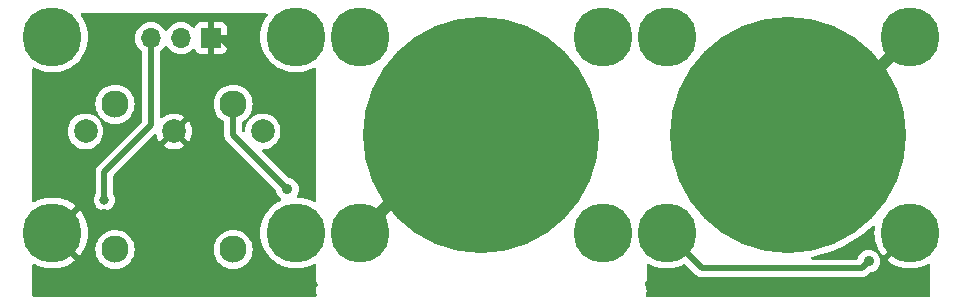
<source format=gbr>
%TF.GenerationSoftware,KiCad,Pcbnew,8.0.4*%
%TF.CreationDate,2024-08-13T21:11:54-04:00*%
%TF.ProjectId,1-inch-midi,312d696e-6368-42d6-9d69-64692e6b6963,rev?*%
%TF.SameCoordinates,Original*%
%TF.FileFunction,Copper,L2,Bot*%
%TF.FilePolarity,Positive*%
%FSLAX46Y46*%
G04 Gerber Fmt 4.6, Leading zero omitted, Abs format (unit mm)*
G04 Created by KiCad (PCBNEW 8.0.4) date 2024-08-13 21:11:54*
%MOMM*%
%LPD*%
G01*
G04 APERTURE LIST*
%TA.AperFunction,ComponentPad*%
%ADD10C,2.900000*%
%TD*%
%TA.AperFunction,ConnectorPad*%
%ADD11C,5.000000*%
%TD*%
%TA.AperFunction,ComponentPad*%
%ADD12R,1.700000X1.700000*%
%TD*%
%TA.AperFunction,ComponentPad*%
%ADD13O,1.700000X1.700000*%
%TD*%
%TA.AperFunction,ComponentPad*%
%ADD14C,2.000000*%
%TD*%
%TA.AperFunction,ComponentPad*%
%ADD15C,2.300000*%
%TD*%
%TA.AperFunction,SMDPad,CuDef*%
%ADD16C,20.000000*%
%TD*%
%TA.AperFunction,ViaPad*%
%ADD17C,0.900000*%
%TD*%
%TA.AperFunction,ViaPad*%
%ADD18C,0.800000*%
%TD*%
%TA.AperFunction,Conductor*%
%ADD19C,1.000000*%
%TD*%
%TA.AperFunction,Conductor*%
%ADD20C,0.500000*%
%TD*%
G04 APERTURE END LIST*
D10*
%TO.P,H8,1,1*%
%TO.N,unconnected-(H8-Pad1)_1*%
X169800000Y-87500000D03*
D11*
%TO.N,unconnected-(H8-Pad1)*%
X169800000Y-87500000D03*
%TD*%
D10*
%TO.P,H7,1,1*%
%TO.N,unconnected-(H7-Pad1)_1*%
X169800000Y-104100000D03*
D11*
%TO.N,unconnected-(H7-Pad1)_0*%
X169800000Y-104100000D03*
%TD*%
D10*
%TO.P,H5,1,1*%
%TO.N,unconnected-(H5-Pad1)_1*%
X149200000Y-87500000D03*
D11*
%TO.N,unconnected-(H5-Pad1)*%
X149200000Y-87500000D03*
%TD*%
D10*
%TO.P,H11,1,1*%
%TO.N,SIG2*%
X175200000Y-104100000D03*
D11*
X175200000Y-104100000D03*
%TD*%
D10*
%TO.P,H2,1,1*%
%TO.N,GND*%
X123200000Y-104100000D03*
D11*
X123200000Y-104100000D03*
%TD*%
D12*
%TO.P,J2,1,Pin_1*%
%TO.N,GND*%
X136640000Y-87600000D03*
D13*
%TO.P,J2,2,Pin_2*%
%TO.N,+3V0*%
X134100000Y-87600000D03*
%TO.P,J2,3,Pin_3*%
%TO.N,Net-(J2-Pin_3)*%
X131560001Y-87600000D03*
%TD*%
D10*
%TO.P,H9,1,1*%
%TO.N,+3V0*%
X195800000Y-87500000D03*
D11*
X195800000Y-87500000D03*
%TD*%
D10*
%TO.P,H10,1,1*%
%TO.N,GND*%
X195800000Y-104100000D03*
D11*
X195800000Y-104100000D03*
%TD*%
D10*
%TO.P,H3,1,1*%
%TO.N,SIG2*%
X143800000Y-104100000D03*
D11*
X143800000Y-104100000D03*
%TD*%
D10*
%TO.P,H1,1,1*%
%TO.N,+3V0*%
X123200000Y-87500000D03*
D11*
X123200000Y-87500000D03*
%TD*%
D10*
%TO.P,H4,1,1*%
%TO.N,SIG1*%
X143800000Y-87500000D03*
D11*
X143800000Y-87500000D03*
%TD*%
D10*
%TO.P,H6,1,1*%
%TO.N,GND*%
X149200000Y-104100000D03*
D11*
X149200000Y-104100000D03*
%TD*%
D10*
%TO.P,H12,1,1*%
%TO.N,SIG1*%
X175200000Y-87500000D03*
D11*
X175200000Y-87500000D03*
%TD*%
D14*
%TO.P,J1,1*%
%TO.N,unconnected-(J1-Pad1)*%
X126000000Y-95500000D03*
%TO.P,J1,2*%
%TO.N,GND*%
X133500000Y-95500000D03*
%TO.P,J1,3*%
%TO.N,unconnected-(J1-Pad3)*%
X141000000Y-95500000D03*
D15*
%TO.P,J1,4*%
%TO.N,Net-(J1-Pad4)*%
X128500000Y-93200000D03*
%TO.P,J1,5*%
%TO.N,Net-(J1-Pad5)*%
X138500000Y-93200000D03*
%TO.P,J1,6*%
%TO.N,N/C*%
X128500000Y-105500000D03*
%TO.P,J1,7*%
X138500000Y-105500000D03*
%TD*%
D16*
%TO.P,U3,1,PWR*%
%TO.N,+3V0*%
X185500000Y-95800000D03*
%TD*%
%TO.P,U2,1,PWR*%
%TO.N,GND*%
X159500000Y-95800000D03*
%TD*%
D17*
%TO.N,GND*%
X143800000Y-94900000D03*
X127600000Y-102500000D03*
%TO.N,SIG2*%
X192300000Y-106500000D03*
%TO.N,Net-(J1-Pad5)*%
X143100000Y-100400000D03*
D18*
%TO.N,Net-(J2-Pin_3)*%
X127600000Y-101300000D03*
%TD*%
D19*
%TO.N,GND*%
X157500000Y-95800000D02*
X159500000Y-95800000D01*
X150900000Y-102400000D02*
X157500000Y-95800000D01*
D20*
X137500000Y-87600000D02*
X136640000Y-87600000D01*
D19*
X150900000Y-104100000D02*
X150900000Y-102400000D01*
D20*
X149200000Y-104100000D02*
X150900000Y-104100000D01*
X143800000Y-94900000D02*
X143800000Y-93900000D01*
X143800000Y-93900000D02*
X137500000Y-87600000D01*
%TO.N,+3V0*%
X185500000Y-95800000D02*
X187500000Y-95800000D01*
D19*
X187500000Y-95800000D02*
X195800000Y-87500000D01*
D20*
%TO.N,SIG2*%
X178200000Y-107100000D02*
X175200000Y-104100000D01*
X192300000Y-106500000D02*
X191700000Y-107100000D01*
X191700000Y-107100000D02*
X178200000Y-107100000D01*
%TO.N,Net-(J1-Pad5)*%
X138500000Y-93200000D02*
X138500000Y-95800000D01*
X138500000Y-95800000D02*
X143100000Y-100400000D01*
%TO.N,Net-(J2-Pin_3)*%
X131560001Y-94939999D02*
X127600000Y-98900000D01*
X131560001Y-87600000D02*
X131560001Y-94939999D01*
X127600000Y-98900000D02*
X127600000Y-101300000D01*
%TD*%
%TA.AperFunction,Conductor*%
%TO.N,GND*%
G36*
X141368009Y-85520185D02*
G01*
X141413764Y-85572989D01*
X141423708Y-85642147D01*
X141400433Y-85698548D01*
X141288870Y-85848402D01*
X141114113Y-86151091D01*
X141114107Y-86151104D01*
X140975674Y-86472027D01*
X140875430Y-86806865D01*
X140875428Y-86806872D01*
X140814739Y-87151061D01*
X140814738Y-87151072D01*
X140794415Y-87499996D01*
X140794415Y-87500003D01*
X140814738Y-87848927D01*
X140814739Y-87848938D01*
X140875428Y-88193127D01*
X140875430Y-88193134D01*
X140975674Y-88527972D01*
X141114107Y-88848895D01*
X141114113Y-88848908D01*
X141288870Y-89151597D01*
X141497584Y-89431949D01*
X141497589Y-89431955D01*
X141621463Y-89563253D01*
X141737442Y-89686183D01*
X141913903Y-89834251D01*
X142005186Y-89910847D01*
X142005194Y-89910853D01*
X142297203Y-90102911D01*
X142364024Y-90136470D01*
X142609549Y-90259777D01*
X142937989Y-90379319D01*
X143278086Y-90459923D01*
X143625241Y-90500500D01*
X143625248Y-90500500D01*
X143974752Y-90500500D01*
X143974759Y-90500500D01*
X144321914Y-90459923D01*
X144662011Y-90379319D01*
X144990451Y-90259777D01*
X145302793Y-90102913D01*
X145307359Y-90099910D01*
X145374186Y-90079516D01*
X145441430Y-90098489D01*
X145487742Y-90150805D01*
X145499500Y-90203509D01*
X145499500Y-101396490D01*
X145479815Y-101463529D01*
X145427011Y-101509284D01*
X145357853Y-101519228D01*
X145307368Y-101500095D01*
X145302795Y-101497088D01*
X144990458Y-101340226D01*
X144990452Y-101340223D01*
X144662012Y-101220681D01*
X144662009Y-101220680D01*
X144321916Y-101140077D01*
X144222160Y-101128417D01*
X143994661Y-101101826D01*
X143930363Y-101074492D01*
X143891047Y-101016734D01*
X143889200Y-100946888D01*
X143899697Y-100920220D01*
X143982396Y-100765501D01*
X144036747Y-100586331D01*
X144055099Y-100400000D01*
X144036747Y-100213669D01*
X143982396Y-100034499D01*
X143894136Y-99869375D01*
X143894135Y-99869373D01*
X143775357Y-99724642D01*
X143630626Y-99605864D01*
X143630623Y-99605862D01*
X143465502Y-99517604D01*
X143286336Y-99463254D01*
X143286328Y-99463252D01*
X143262030Y-99460859D01*
X143197243Y-99434697D01*
X143186505Y-99425137D01*
X140973549Y-97212181D01*
X140940064Y-97150858D01*
X140945048Y-97081166D01*
X140986920Y-97025233D01*
X141052384Y-97000816D01*
X141061230Y-97000500D01*
X141124335Y-97000500D01*
X141369614Y-96959571D01*
X141604810Y-96878828D01*
X141823509Y-96760474D01*
X142019744Y-96607738D01*
X142188164Y-96424785D01*
X142324173Y-96216607D01*
X142424063Y-95988881D01*
X142485108Y-95747821D01*
X142488443Y-95707576D01*
X142505643Y-95500005D01*
X142505643Y-95499994D01*
X142485109Y-95252187D01*
X142485107Y-95252175D01*
X142424063Y-95011118D01*
X142324173Y-94783393D01*
X142188166Y-94575217D01*
X142130031Y-94512066D01*
X142019744Y-94392262D01*
X141823509Y-94239526D01*
X141823507Y-94239525D01*
X141823506Y-94239524D01*
X141604811Y-94121172D01*
X141604802Y-94121169D01*
X141369616Y-94040429D01*
X141124335Y-93999500D01*
X140875665Y-93999500D01*
X140630383Y-94040429D01*
X140395197Y-94121169D01*
X140395188Y-94121172D01*
X140176493Y-94239524D01*
X139980255Y-94392262D01*
X139980252Y-94392265D01*
X139953062Y-94421802D01*
X139893175Y-94457793D01*
X139834886Y-94456039D01*
X139845059Y-94491621D01*
X139824896Y-94558518D01*
X139812301Y-94574709D01*
X139811836Y-94575213D01*
X139675826Y-94783393D01*
X139575936Y-95011118D01*
X139514892Y-95252175D01*
X139514890Y-95252187D01*
X139498619Y-95448553D01*
X139473466Y-95513738D01*
X139417064Y-95554976D01*
X139347320Y-95559174D01*
X139287362Y-95525994D01*
X139286819Y-95525451D01*
X139253334Y-95464128D01*
X139250500Y-95437770D01*
X139250500Y-94745288D01*
X139270185Y-94678249D01*
X139309708Y-94639562D01*
X139473140Y-94539412D01*
X139640533Y-94396444D01*
X139704291Y-94367875D01*
X139748189Y-94374506D01*
X139738620Y-94351768D01*
X139750638Y-94282940D01*
X139767541Y-94257289D01*
X139839412Y-94173140D01*
X139975154Y-93951628D01*
X140074573Y-93711610D01*
X140135221Y-93458994D01*
X140155604Y-93200000D01*
X140135221Y-92941006D01*
X140074573Y-92688390D01*
X139975154Y-92448372D01*
X139839412Y-92226860D01*
X139670689Y-92029311D01*
X139473140Y-91860588D01*
X139251628Y-91724846D01*
X139251627Y-91724845D01*
X139251623Y-91724843D01*
X139085627Y-91656086D01*
X139011610Y-91625427D01*
X139011611Y-91625427D01*
X138873921Y-91592370D01*
X138758994Y-91564779D01*
X138758992Y-91564778D01*
X138758991Y-91564778D01*
X138500000Y-91544396D01*
X138241009Y-91564778D01*
X137988389Y-91625427D01*
X137748376Y-91724843D01*
X137526859Y-91860588D01*
X137329311Y-92029311D01*
X137160588Y-92226859D01*
X137024843Y-92448376D01*
X136925427Y-92688389D01*
X136864778Y-92941009D01*
X136844396Y-93200000D01*
X136864778Y-93458990D01*
X136925427Y-93711610D01*
X137024843Y-93951623D01*
X137024845Y-93951627D01*
X137024846Y-93951628D01*
X137160588Y-94173140D01*
X137329311Y-94370689D01*
X137526860Y-94539412D01*
X137690290Y-94639561D01*
X137737165Y-94691372D01*
X137749500Y-94745288D01*
X137749500Y-95873918D01*
X137749500Y-95873920D01*
X137749499Y-95873920D01*
X137778340Y-96018907D01*
X137778343Y-96018917D01*
X137834914Y-96155492D01*
X137867812Y-96204727D01*
X137867813Y-96204730D01*
X137917046Y-96278414D01*
X137917052Y-96278421D01*
X142125137Y-100486505D01*
X142158622Y-100547828D01*
X142160859Y-100562030D01*
X142163252Y-100586328D01*
X142163254Y-100586336D01*
X142217604Y-100765502D01*
X142305862Y-100930623D01*
X142305864Y-100930626D01*
X142424642Y-101075357D01*
X142547572Y-101176243D01*
X142586906Y-101233989D01*
X142588777Y-101303833D01*
X142552589Y-101363601D01*
X142524558Y-101382906D01*
X142297203Y-101497088D01*
X142005194Y-101689146D01*
X142005186Y-101689152D01*
X141737442Y-101913817D01*
X141737440Y-101913819D01*
X141497589Y-102168044D01*
X141497584Y-102168050D01*
X141288870Y-102448402D01*
X141114113Y-102751091D01*
X141114107Y-102751104D01*
X140975674Y-103072027D01*
X140875430Y-103406865D01*
X140875428Y-103406872D01*
X140814739Y-103751061D01*
X140814738Y-103751072D01*
X140794415Y-104099996D01*
X140794415Y-104100003D01*
X140814738Y-104448927D01*
X140814739Y-104448938D01*
X140875428Y-104793127D01*
X140875430Y-104793134D01*
X140975674Y-105127972D01*
X141114107Y-105448895D01*
X141114113Y-105448908D01*
X141288870Y-105751597D01*
X141497584Y-106031949D01*
X141497589Y-106031955D01*
X141594333Y-106134497D01*
X141737442Y-106286183D01*
X141881205Y-106406814D01*
X142005186Y-106510847D01*
X142005194Y-106510853D01*
X142297203Y-106702911D01*
X142364024Y-106736470D01*
X142609549Y-106859777D01*
X142937989Y-106979319D01*
X143278086Y-107059923D01*
X143625241Y-107100500D01*
X143625248Y-107100500D01*
X143974752Y-107100500D01*
X143974759Y-107100500D01*
X144321914Y-107059923D01*
X144662011Y-106979319D01*
X144990451Y-106859777D01*
X145302793Y-106702913D01*
X145307359Y-106699910D01*
X145374186Y-106679516D01*
X145441430Y-106698489D01*
X145487742Y-106750805D01*
X145499500Y-106803509D01*
X145499500Y-108065891D01*
X145533608Y-108193187D01*
X145566554Y-108250250D01*
X145599500Y-108307314D01*
X145599502Y-108307316D01*
X145623289Y-108331103D01*
X145656774Y-108392426D01*
X145651790Y-108462118D01*
X145644967Y-108477236D01*
X145571188Y-108615268D01*
X145513975Y-108803870D01*
X145494659Y-109000000D01*
X145513975Y-109196130D01*
X145557468Y-109339505D01*
X145558091Y-109409372D01*
X145520843Y-109468484D01*
X145457549Y-109498075D01*
X145438807Y-109499500D01*
X121624500Y-109499500D01*
X121557461Y-109479815D01*
X121511706Y-109427011D01*
X121500500Y-109375500D01*
X121500500Y-106802910D01*
X121520185Y-106735871D01*
X121572989Y-106690116D01*
X121642147Y-106680172D01*
X121692641Y-106699310D01*
X121697463Y-106702482D01*
X122009739Y-106859314D01*
X122009745Y-106859316D01*
X122338130Y-106978838D01*
X122338133Y-106978839D01*
X122678171Y-107059429D01*
X123025276Y-107099999D01*
X123025277Y-107100000D01*
X123374723Y-107100000D01*
X123374723Y-107099999D01*
X123721827Y-107059429D01*
X123721829Y-107059429D01*
X124061866Y-106978839D01*
X124061869Y-106978838D01*
X124390254Y-106859316D01*
X124390260Y-106859314D01*
X124702538Y-106702480D01*
X124994509Y-106510449D01*
X124994510Y-106510448D01*
X125137179Y-106390734D01*
X125137180Y-106390733D01*
X124381669Y-105635222D01*
X124348184Y-105573899D01*
X124353168Y-105504207D01*
X124385009Y-105456642D01*
X124393345Y-105448908D01*
X124523561Y-105328085D01*
X124551549Y-105292988D01*
X124608734Y-105252850D01*
X124678545Y-105250000D01*
X124736175Y-105282622D01*
X125493850Y-106040297D01*
X125493851Y-106040296D01*
X125502022Y-106031636D01*
X125502033Y-106031623D01*
X125710710Y-105751322D01*
X125855810Y-105500000D01*
X126844396Y-105500000D01*
X126864778Y-105758990D01*
X126925427Y-106011610D01*
X127024843Y-106251623D01*
X127024845Y-106251627D01*
X127024846Y-106251628D01*
X127160588Y-106473140D01*
X127329311Y-106670689D01*
X127526860Y-106839412D01*
X127748372Y-106975154D01*
X127748374Y-106975154D01*
X127748376Y-106975156D01*
X127809693Y-107000554D01*
X127988390Y-107074573D01*
X128241006Y-107135221D01*
X128500000Y-107155604D01*
X128758994Y-107135221D01*
X129011610Y-107074573D01*
X129251628Y-106975154D01*
X129473140Y-106839412D01*
X129670689Y-106670689D01*
X129839412Y-106473140D01*
X129975154Y-106251628D01*
X130074573Y-106011610D01*
X130135221Y-105758994D01*
X130155604Y-105500000D01*
X136844396Y-105500000D01*
X136864778Y-105758990D01*
X136925427Y-106011610D01*
X137024843Y-106251623D01*
X137024845Y-106251627D01*
X137024846Y-106251628D01*
X137160588Y-106473140D01*
X137329311Y-106670689D01*
X137526860Y-106839412D01*
X137748372Y-106975154D01*
X137748374Y-106975154D01*
X137748376Y-106975156D01*
X137809693Y-107000554D01*
X137988390Y-107074573D01*
X138241006Y-107135221D01*
X138500000Y-107155604D01*
X138758994Y-107135221D01*
X139011610Y-107074573D01*
X139251628Y-106975154D01*
X139473140Y-106839412D01*
X139670689Y-106670689D01*
X139839412Y-106473140D01*
X139975154Y-106251628D01*
X140074573Y-106011610D01*
X140135221Y-105758994D01*
X140155604Y-105500000D01*
X140135221Y-105241006D01*
X140074573Y-104988390D01*
X139993644Y-104793011D01*
X139975156Y-104748376D01*
X139883300Y-104598480D01*
X139839412Y-104526860D01*
X139670689Y-104329311D01*
X139473140Y-104160588D01*
X139251628Y-104024846D01*
X139251627Y-104024845D01*
X139251623Y-104024843D01*
X139085627Y-103956086D01*
X139011610Y-103925427D01*
X139011611Y-103925427D01*
X138873921Y-103892370D01*
X138758994Y-103864779D01*
X138758992Y-103864778D01*
X138758991Y-103864778D01*
X138500000Y-103844396D01*
X138241009Y-103864778D01*
X137988389Y-103925427D01*
X137748376Y-104024843D01*
X137526859Y-104160588D01*
X137329311Y-104329311D01*
X137160588Y-104526859D01*
X137024843Y-104748376D01*
X136925427Y-104988389D01*
X136864778Y-105241009D01*
X136844396Y-105500000D01*
X130155604Y-105500000D01*
X130135221Y-105241006D01*
X130074573Y-104988390D01*
X129993644Y-104793011D01*
X129975156Y-104748376D01*
X129883300Y-104598480D01*
X129839412Y-104526860D01*
X129670689Y-104329311D01*
X129473140Y-104160588D01*
X129251628Y-104024846D01*
X129251627Y-104024845D01*
X129251623Y-104024843D01*
X129085627Y-103956086D01*
X129011610Y-103925427D01*
X129011611Y-103925427D01*
X128873921Y-103892370D01*
X128758994Y-103864779D01*
X128758992Y-103864778D01*
X128758991Y-103864778D01*
X128500000Y-103844396D01*
X128241009Y-103864778D01*
X127988389Y-103925427D01*
X127748376Y-104024843D01*
X127526859Y-104160588D01*
X127329311Y-104329311D01*
X127160588Y-104526859D01*
X127024843Y-104748376D01*
X126925427Y-104988389D01*
X126864778Y-105241009D01*
X126844396Y-105500000D01*
X125855810Y-105500000D01*
X125885438Y-105448683D01*
X125885444Y-105448670D01*
X126023854Y-105127800D01*
X126124083Y-104793011D01*
X126124085Y-104793002D01*
X126184763Y-104448880D01*
X126184764Y-104448869D01*
X126205084Y-104100003D01*
X126205084Y-104099996D01*
X126184764Y-103751130D01*
X126184763Y-103751119D01*
X126124085Y-103406997D01*
X126124083Y-103406988D01*
X126023854Y-103072199D01*
X125885444Y-102751329D01*
X125885438Y-102751316D01*
X125710710Y-102448677D01*
X125502032Y-102168374D01*
X125493850Y-102159702D01*
X124736175Y-102917376D01*
X124674852Y-102950861D01*
X124605160Y-102945877D01*
X124551548Y-102907009D01*
X124523558Y-102871911D01*
X124393586Y-102751316D01*
X124385007Y-102743356D01*
X124349253Y-102683329D01*
X124351628Y-102613499D01*
X124381668Y-102564777D01*
X125137180Y-101809265D01*
X125137179Y-101809264D01*
X124994519Y-101689557D01*
X124702538Y-101497519D01*
X124390260Y-101340685D01*
X124390254Y-101340683D01*
X124278478Y-101300000D01*
X126694540Y-101300000D01*
X126714326Y-101488256D01*
X126714327Y-101488259D01*
X126772818Y-101668277D01*
X126772821Y-101668284D01*
X126867467Y-101832216D01*
X126901302Y-101869793D01*
X126994129Y-101972888D01*
X127147265Y-102084148D01*
X127147270Y-102084151D01*
X127320192Y-102161142D01*
X127320197Y-102161144D01*
X127505354Y-102200500D01*
X127505355Y-102200500D01*
X127694644Y-102200500D01*
X127694646Y-102200500D01*
X127879803Y-102161144D01*
X128052730Y-102084151D01*
X128205871Y-101972888D01*
X128332533Y-101832216D01*
X128427179Y-101668284D01*
X128485674Y-101488256D01*
X128505460Y-101300000D01*
X128485674Y-101111744D01*
X128427179Y-100931716D01*
X128367113Y-100827677D01*
X128350500Y-100765677D01*
X128350500Y-99262228D01*
X128370185Y-99195189D01*
X128386814Y-99174552D01*
X131820308Y-95741058D01*
X131881627Y-95707576D01*
X131951319Y-95712560D01*
X132007252Y-95754432D01*
X132028190Y-95798301D01*
X132076408Y-95988707D01*
X132076411Y-95988715D01*
X132176266Y-96216364D01*
X132276564Y-96369882D01*
X132898949Y-95747496D01*
X132923967Y-95807896D01*
X132995103Y-95914358D01*
X133085642Y-96004897D01*
X133192104Y-96076033D01*
X133252501Y-96101050D01*
X132629942Y-96723609D01*
X132676768Y-96760055D01*
X132676770Y-96760056D01*
X132895385Y-96878364D01*
X132895396Y-96878369D01*
X133130506Y-96959083D01*
X133375707Y-97000000D01*
X133624293Y-97000000D01*
X133869493Y-96959083D01*
X134104603Y-96878369D01*
X134104614Y-96878364D01*
X134323228Y-96760057D01*
X134323231Y-96760055D01*
X134370056Y-96723609D01*
X133747497Y-96101050D01*
X133807896Y-96076033D01*
X133914358Y-96004897D01*
X134004897Y-95914358D01*
X134076033Y-95807896D01*
X134101050Y-95747497D01*
X134723434Y-96369882D01*
X134823731Y-96216369D01*
X134923587Y-95988717D01*
X134984612Y-95747738D01*
X134984614Y-95747729D01*
X135005141Y-95500005D01*
X135005141Y-95499994D01*
X134984614Y-95252270D01*
X134984612Y-95252261D01*
X134923587Y-95011282D01*
X134823731Y-94783630D01*
X134723434Y-94630116D01*
X134101050Y-95252501D01*
X134076033Y-95192104D01*
X134004897Y-95085642D01*
X133914358Y-94995103D01*
X133807896Y-94923967D01*
X133747496Y-94898949D01*
X134370057Y-94276389D01*
X134323229Y-94239943D01*
X134104614Y-94121635D01*
X134104603Y-94121630D01*
X133869493Y-94040916D01*
X133624293Y-94000000D01*
X133375707Y-94000000D01*
X133130506Y-94040916D01*
X132895396Y-94121630D01*
X132895385Y-94121635D01*
X132676771Y-94239942D01*
X132676762Y-94239948D01*
X132510663Y-94369229D01*
X132445669Y-94394872D01*
X132377129Y-94381306D01*
X132326805Y-94332837D01*
X132310501Y-94271376D01*
X132310501Y-88787700D01*
X132330186Y-88720661D01*
X132363376Y-88686126D01*
X132431402Y-88638495D01*
X132598496Y-88471401D01*
X132728425Y-88285842D01*
X132783002Y-88242218D01*
X132852500Y-88235024D01*
X132914855Y-88266547D01*
X132931575Y-88285842D01*
X133061505Y-88471401D01*
X133228599Y-88638495D01*
X133296620Y-88686124D01*
X133422165Y-88774032D01*
X133422167Y-88774033D01*
X133422170Y-88774035D01*
X133636337Y-88873903D01*
X133864592Y-88935063D01*
X134035319Y-88950000D01*
X134099999Y-88955659D01*
X134100000Y-88955659D01*
X134100001Y-88955659D01*
X134164681Y-88950000D01*
X134335408Y-88935063D01*
X134563663Y-88873903D01*
X134777830Y-88774035D01*
X134971401Y-88638495D01*
X135093717Y-88516178D01*
X135155036Y-88482696D01*
X135224728Y-88487680D01*
X135280662Y-88529551D01*
X135297577Y-88560528D01*
X135346646Y-88692088D01*
X135346649Y-88692093D01*
X135432809Y-88807187D01*
X135432812Y-88807190D01*
X135547906Y-88893350D01*
X135547913Y-88893354D01*
X135682620Y-88943596D01*
X135682627Y-88943598D01*
X135742155Y-88949999D01*
X135742172Y-88950000D01*
X136390000Y-88950000D01*
X136390000Y-88033012D01*
X136447007Y-88065925D01*
X136574174Y-88100000D01*
X136705826Y-88100000D01*
X136832993Y-88065925D01*
X136890000Y-88033012D01*
X136890000Y-88950000D01*
X137537828Y-88950000D01*
X137537844Y-88949999D01*
X137597372Y-88943598D01*
X137597379Y-88943596D01*
X137732086Y-88893354D01*
X137732093Y-88893350D01*
X137847187Y-88807190D01*
X137847190Y-88807187D01*
X137933350Y-88692093D01*
X137933354Y-88692086D01*
X137983596Y-88557379D01*
X137983598Y-88557372D01*
X137989999Y-88497844D01*
X137990000Y-88497827D01*
X137990000Y-87850000D01*
X137073012Y-87850000D01*
X137105925Y-87792993D01*
X137140000Y-87665826D01*
X137140000Y-87534174D01*
X137105925Y-87407007D01*
X137073012Y-87350000D01*
X137990000Y-87350000D01*
X137990000Y-86702172D01*
X137989999Y-86702155D01*
X137983598Y-86642627D01*
X137983596Y-86642620D01*
X137933354Y-86507913D01*
X137933350Y-86507906D01*
X137847190Y-86392812D01*
X137847187Y-86392809D01*
X137732093Y-86306649D01*
X137732086Y-86306645D01*
X137597379Y-86256403D01*
X137597372Y-86256401D01*
X137537844Y-86250000D01*
X136890000Y-86250000D01*
X136890000Y-87166988D01*
X136832993Y-87134075D01*
X136705826Y-87100000D01*
X136574174Y-87100000D01*
X136447007Y-87134075D01*
X136390000Y-87166988D01*
X136390000Y-86250000D01*
X135742155Y-86250000D01*
X135682627Y-86256401D01*
X135682620Y-86256403D01*
X135547913Y-86306645D01*
X135547906Y-86306649D01*
X135432812Y-86392809D01*
X135432809Y-86392812D01*
X135346649Y-86507906D01*
X135346645Y-86507913D01*
X135297578Y-86639470D01*
X135255707Y-86695404D01*
X135190242Y-86719821D01*
X135121969Y-86704969D01*
X135093715Y-86683819D01*
X135049366Y-86639470D01*
X134971401Y-86561505D01*
X134971397Y-86561502D01*
X134971396Y-86561501D01*
X134777834Y-86425967D01*
X134777830Y-86425965D01*
X134706727Y-86392809D01*
X134563663Y-86326097D01*
X134563659Y-86326096D01*
X134563655Y-86326094D01*
X134335413Y-86264938D01*
X134335403Y-86264936D01*
X134100001Y-86244341D01*
X134099999Y-86244341D01*
X133864596Y-86264936D01*
X133864586Y-86264938D01*
X133636344Y-86326094D01*
X133636335Y-86326098D01*
X133422171Y-86425964D01*
X133422169Y-86425965D01*
X133228597Y-86561505D01*
X133061508Y-86728594D01*
X132931575Y-86914158D01*
X132876998Y-86957782D01*
X132807499Y-86964975D01*
X132745145Y-86933453D01*
X132728425Y-86914157D01*
X132598495Y-86728597D01*
X132431403Y-86561506D01*
X132431396Y-86561501D01*
X132237835Y-86425967D01*
X132237831Y-86425965D01*
X132166728Y-86392809D01*
X132023664Y-86326097D01*
X132023660Y-86326096D01*
X132023656Y-86326094D01*
X131795414Y-86264938D01*
X131795404Y-86264936D01*
X131560002Y-86244341D01*
X131560000Y-86244341D01*
X131324597Y-86264936D01*
X131324587Y-86264938D01*
X131096345Y-86326094D01*
X131096336Y-86326098D01*
X130882172Y-86425964D01*
X130882170Y-86425965D01*
X130688598Y-86561505D01*
X130521506Y-86728597D01*
X130385966Y-86922169D01*
X130385965Y-86922171D01*
X130286099Y-87136335D01*
X130286095Y-87136344D01*
X130224939Y-87364586D01*
X130224937Y-87364596D01*
X130204342Y-87599999D01*
X130204342Y-87600000D01*
X130224937Y-87835403D01*
X130224939Y-87835413D01*
X130286095Y-88063655D01*
X130286097Y-88063659D01*
X130286098Y-88063663D01*
X130380705Y-88266547D01*
X130385966Y-88277830D01*
X130385968Y-88277834D01*
X130494282Y-88432521D01*
X130521505Y-88471400D01*
X130521507Y-88471402D01*
X130688596Y-88638492D01*
X130688599Y-88638494D01*
X130688600Y-88638495D01*
X130756624Y-88686125D01*
X130800249Y-88740701D01*
X130809501Y-88787700D01*
X130809501Y-94577768D01*
X130789816Y-94644807D01*
X130773182Y-94665449D01*
X127017050Y-98421580D01*
X127017044Y-98421588D01*
X126967812Y-98495268D01*
X126967813Y-98495269D01*
X126934921Y-98544496D01*
X126934914Y-98544508D01*
X126878342Y-98681086D01*
X126878340Y-98681092D01*
X126849500Y-98826079D01*
X126849500Y-100765677D01*
X126832887Y-100827677D01*
X126772821Y-100931714D01*
X126726430Y-101074492D01*
X126714326Y-101111744D01*
X126694540Y-101300000D01*
X124278478Y-101300000D01*
X124061869Y-101221161D01*
X124061866Y-101221160D01*
X123721828Y-101140570D01*
X123374723Y-101100000D01*
X123025277Y-101100000D01*
X122678172Y-101140570D01*
X122678170Y-101140570D01*
X122338133Y-101221160D01*
X122338130Y-101221161D01*
X122009745Y-101340683D01*
X122009739Y-101340685D01*
X121697466Y-101497516D01*
X121697458Y-101497520D01*
X121692634Y-101500694D01*
X121625806Y-101521083D01*
X121558563Y-101502106D01*
X121512254Y-101449787D01*
X121500500Y-101397090D01*
X121500500Y-95499994D01*
X124494357Y-95499994D01*
X124494357Y-95500005D01*
X124514890Y-95747812D01*
X124514892Y-95747824D01*
X124575936Y-95988881D01*
X124675826Y-96216606D01*
X124811833Y-96424782D01*
X124811836Y-96424785D01*
X124980256Y-96607738D01*
X125176491Y-96760474D01*
X125176493Y-96760475D01*
X125394332Y-96878364D01*
X125395190Y-96878828D01*
X125614141Y-96953994D01*
X125628964Y-96959083D01*
X125630386Y-96959571D01*
X125875665Y-97000500D01*
X126124335Y-97000500D01*
X126369614Y-96959571D01*
X126604810Y-96878828D01*
X126823509Y-96760474D01*
X127019744Y-96607738D01*
X127188164Y-96424785D01*
X127324173Y-96216607D01*
X127424063Y-95988881D01*
X127485108Y-95747821D01*
X127488443Y-95707576D01*
X127505643Y-95500005D01*
X127505643Y-95499994D01*
X127485109Y-95252187D01*
X127485107Y-95252175D01*
X127424063Y-95011118D01*
X127324173Y-94783393D01*
X127188166Y-94575217D01*
X127187708Y-94574720D01*
X127187584Y-94574469D01*
X127185016Y-94571170D01*
X127185695Y-94570641D01*
X127156785Y-94512066D01*
X127163316Y-94454372D01*
X127137280Y-94461816D01*
X127070383Y-94441653D01*
X127046942Y-94421806D01*
X127019744Y-94392262D01*
X126823509Y-94239526D01*
X126823507Y-94239525D01*
X126823506Y-94239524D01*
X126604811Y-94121172D01*
X126604802Y-94121169D01*
X126369616Y-94040429D01*
X126124335Y-93999500D01*
X125875665Y-93999500D01*
X125630383Y-94040429D01*
X125395197Y-94121169D01*
X125395188Y-94121172D01*
X125176493Y-94239524D01*
X124980257Y-94392261D01*
X124811833Y-94575217D01*
X124675826Y-94783393D01*
X124575936Y-95011118D01*
X124514892Y-95252175D01*
X124514890Y-95252187D01*
X124494357Y-95499994D01*
X121500500Y-95499994D01*
X121500500Y-93200000D01*
X126844396Y-93200000D01*
X126864778Y-93458990D01*
X126925427Y-93711610D01*
X127024843Y-93951623D01*
X127024845Y-93951627D01*
X127024846Y-93951628D01*
X127160588Y-94173140D01*
X127215050Y-94236907D01*
X127232457Y-94257288D01*
X127261027Y-94321049D01*
X127253020Y-94374038D01*
X127275208Y-94366792D01*
X127342809Y-94384452D01*
X127359466Y-94396443D01*
X127526860Y-94539412D01*
X127748372Y-94675154D01*
X127748374Y-94675154D01*
X127748376Y-94675156D01*
X127809693Y-94700554D01*
X127988390Y-94774573D01*
X128241006Y-94835221D01*
X128500000Y-94855604D01*
X128758994Y-94835221D01*
X129011610Y-94774573D01*
X129251628Y-94675154D01*
X129473140Y-94539412D01*
X129670689Y-94370689D01*
X129839412Y-94173140D01*
X129975154Y-93951628D01*
X130074573Y-93711610D01*
X130135221Y-93458994D01*
X130155604Y-93200000D01*
X130135221Y-92941006D01*
X130074573Y-92688390D01*
X129975154Y-92448372D01*
X129839412Y-92226860D01*
X129670689Y-92029311D01*
X129473140Y-91860588D01*
X129251628Y-91724846D01*
X129251627Y-91724845D01*
X129251623Y-91724843D01*
X129085627Y-91656086D01*
X129011610Y-91625427D01*
X129011611Y-91625427D01*
X128873921Y-91592370D01*
X128758994Y-91564779D01*
X128758992Y-91564778D01*
X128758991Y-91564778D01*
X128500000Y-91544396D01*
X128241009Y-91564778D01*
X127988389Y-91625427D01*
X127748376Y-91724843D01*
X127526859Y-91860588D01*
X127329311Y-92029311D01*
X127160588Y-92226859D01*
X127024843Y-92448376D01*
X126925427Y-92688389D01*
X126864778Y-92941009D01*
X126844396Y-93200000D01*
X121500500Y-93200000D01*
X121500500Y-90203509D01*
X121520185Y-90136470D01*
X121572989Y-90090715D01*
X121642147Y-90080771D01*
X121692641Y-90099910D01*
X121697207Y-90102913D01*
X122009549Y-90259777D01*
X122337989Y-90379319D01*
X122678086Y-90459923D01*
X123025241Y-90500500D01*
X123025248Y-90500500D01*
X123374752Y-90500500D01*
X123374759Y-90500500D01*
X123721914Y-90459923D01*
X124062011Y-90379319D01*
X124390451Y-90259777D01*
X124702793Y-90102913D01*
X124994811Y-89910849D01*
X125262558Y-89686183D01*
X125502412Y-89431953D01*
X125711130Y-89151596D01*
X125885889Y-88848904D01*
X126024326Y-88527971D01*
X126124569Y-88193136D01*
X126136403Y-88126026D01*
X126185073Y-87850000D01*
X126185262Y-87848927D01*
X126205585Y-87500000D01*
X126185262Y-87151073D01*
X126182265Y-87134075D01*
X126124571Y-86806872D01*
X126124569Y-86806865D01*
X126101137Y-86728597D01*
X126024326Y-86472029D01*
X125885889Y-86151096D01*
X125711130Y-85848404D01*
X125711129Y-85848402D01*
X125599567Y-85698548D01*
X125575323Y-85633019D01*
X125590355Y-85564785D01*
X125639891Y-85515511D01*
X125699030Y-85500500D01*
X141300970Y-85500500D01*
X141368009Y-85520185D01*
G37*
%TD.AperFunction*%
%TA.AperFunction,Conductor*%
G36*
X192764946Y-103484109D02*
G01*
X192818886Y-103528519D01*
X192840254Y-103595041D01*
X192838409Y-103619698D01*
X192815236Y-103751119D01*
X192815235Y-103751130D01*
X192794916Y-104099996D01*
X192794916Y-104100003D01*
X192815235Y-104448869D01*
X192815236Y-104448880D01*
X192875914Y-104793002D01*
X192875916Y-104793011D01*
X192976145Y-105127800D01*
X193114555Y-105448670D01*
X193114561Y-105448683D01*
X193289289Y-105751322D01*
X193497967Y-106031625D01*
X193506148Y-106040296D01*
X194263823Y-105282621D01*
X194325146Y-105249136D01*
X194394837Y-105254120D01*
X194448450Y-105292988D01*
X194464014Y-105312505D01*
X194476442Y-105328089D01*
X194577849Y-105422180D01*
X194606655Y-105448908D01*
X194614990Y-105456641D01*
X194650745Y-105516669D01*
X194648370Y-105586499D01*
X194618330Y-105635221D01*
X193862818Y-106390732D01*
X193862819Y-106390734D01*
X194005484Y-106510445D01*
X194297461Y-106702480D01*
X194609739Y-106859314D01*
X194609745Y-106859316D01*
X194938130Y-106978838D01*
X194938133Y-106978839D01*
X195278171Y-107059429D01*
X195625276Y-107099999D01*
X195625277Y-107100000D01*
X195974723Y-107100000D01*
X195974723Y-107099999D01*
X196321827Y-107059429D01*
X196321829Y-107059429D01*
X196661866Y-106978839D01*
X196661869Y-106978838D01*
X196990254Y-106859316D01*
X196990260Y-106859314D01*
X197302536Y-106702482D01*
X197307359Y-106699310D01*
X197374187Y-106678917D01*
X197441431Y-106697890D01*
X197487742Y-106750207D01*
X197499500Y-106802910D01*
X197499500Y-109375500D01*
X197479815Y-109442539D01*
X197427011Y-109488294D01*
X197375500Y-109499500D01*
X173561193Y-109499500D01*
X173494154Y-109479815D01*
X173448399Y-109427011D01*
X173438455Y-109357853D01*
X173442532Y-109339505D01*
X173486024Y-109196132D01*
X173505341Y-109000000D01*
X173486024Y-108803868D01*
X173428814Y-108615273D01*
X173428811Y-108615269D01*
X173428811Y-108615266D01*
X173355033Y-108477237D01*
X173340791Y-108408834D01*
X173365791Y-108343590D01*
X173376697Y-108331116D01*
X173400500Y-108307314D01*
X173466392Y-108193186D01*
X173500500Y-108065892D01*
X173500500Y-106803509D01*
X173520185Y-106736470D01*
X173572989Y-106690715D01*
X173642147Y-106680771D01*
X173692641Y-106699910D01*
X173697207Y-106702913D01*
X174009549Y-106859777D01*
X174337989Y-106979319D01*
X174678086Y-107059923D01*
X175025241Y-107100500D01*
X175025248Y-107100500D01*
X175374752Y-107100500D01*
X175374759Y-107100500D01*
X175721914Y-107059923D01*
X176062011Y-106979319D01*
X176390451Y-106859777D01*
X176390454Y-106859775D01*
X176390458Y-106859774D01*
X176608623Y-106750207D01*
X176648573Y-106730142D01*
X176717316Y-106717646D01*
X176781902Y-106744298D01*
X176791905Y-106753272D01*
X177617049Y-107578416D01*
X177721584Y-107682951D01*
X177721587Y-107682953D01*
X177721588Y-107682954D01*
X177844503Y-107765083D01*
X177844506Y-107765085D01*
X177901079Y-107788518D01*
X177901080Y-107788518D01*
X177981088Y-107821659D01*
X178097241Y-107844763D01*
X178116468Y-107848587D01*
X178126081Y-107850500D01*
X178126082Y-107850500D01*
X191773920Y-107850500D01*
X191871462Y-107831096D01*
X191918913Y-107821658D01*
X192055495Y-107765084D01*
X192104729Y-107732186D01*
X192178416Y-107682952D01*
X192386506Y-107474859D01*
X192447827Y-107441376D01*
X192462030Y-107439140D01*
X192486331Y-107436747D01*
X192665501Y-107382396D01*
X192830625Y-107294136D01*
X192975357Y-107175357D01*
X193094136Y-107030625D01*
X193182396Y-106865501D01*
X193236747Y-106686331D01*
X193255099Y-106500000D01*
X193236747Y-106313669D01*
X193182396Y-106134499D01*
X193153167Y-106079815D01*
X193094137Y-105969376D01*
X193094135Y-105969373D01*
X192975357Y-105824642D01*
X192830626Y-105705864D01*
X192830623Y-105705862D01*
X192665502Y-105617604D01*
X192486333Y-105563253D01*
X192486331Y-105563252D01*
X192300000Y-105544901D01*
X192113668Y-105563252D01*
X192113666Y-105563253D01*
X191934497Y-105617604D01*
X191769376Y-105705862D01*
X191769373Y-105705864D01*
X191624642Y-105824642D01*
X191505864Y-105969373D01*
X191505862Y-105969376D01*
X191417604Y-106134497D01*
X191379079Y-106261496D01*
X191340782Y-106319934D01*
X191276969Y-106348391D01*
X191260419Y-106349500D01*
X187549064Y-106349500D01*
X187482025Y-106329815D01*
X187436270Y-106277011D01*
X187426326Y-106207853D01*
X187455351Y-106144297D01*
X187514129Y-106106523D01*
X187526279Y-106103611D01*
X187747470Y-106062263D01*
X188374962Y-105904443D01*
X188991548Y-105708293D01*
X189594889Y-105474557D01*
X190182697Y-105204123D01*
X190752741Y-104898015D01*
X191302861Y-104557396D01*
X191830968Y-104183556D01*
X192335059Y-103777915D01*
X192632757Y-103506527D01*
X192695559Y-103475912D01*
X192764946Y-103484109D01*
G37*
%TD.AperFunction*%
%TD*%
M02*

</source>
